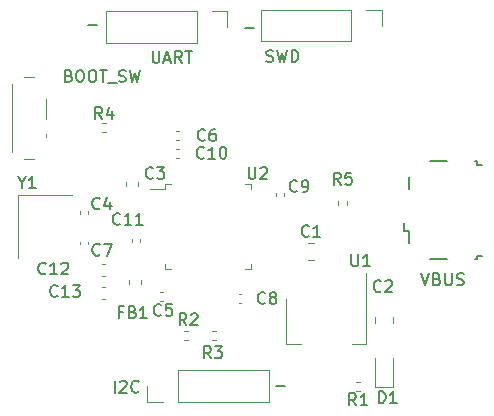
<source format=gbr>
%TF.GenerationSoftware,KiCad,Pcbnew,(6.0.5)*%
%TF.CreationDate,2023-02-15T13:04:29-08:00*%
%TF.ProjectId,STM32tut,53544d33-3274-4757-942e-6b696361645f,rev?*%
%TF.SameCoordinates,Original*%
%TF.FileFunction,Legend,Top*%
%TF.FilePolarity,Positive*%
%FSLAX46Y46*%
G04 Gerber Fmt 4.6, Leading zero omitted, Abs format (unit mm)*
G04 Created by KiCad (PCBNEW (6.0.5)) date 2023-02-15 13:04:29*
%MOMM*%
%LPD*%
G01*
G04 APERTURE LIST*
%ADD10C,0.150000*%
%ADD11C,0.120000*%
G04 APERTURE END LIST*
D10*
X140219047Y-95471428D02*
X140980952Y-95471428D01*
X137619047Y-65171428D02*
X138380952Y-65171428D01*
X124319047Y-64971428D02*
X125080952Y-64971428D01*
X126623809Y-96052380D02*
X126623809Y-95052380D01*
X127052380Y-95147619D02*
X127100000Y-95100000D01*
X127195238Y-95052380D01*
X127433333Y-95052380D01*
X127528571Y-95100000D01*
X127576190Y-95147619D01*
X127623809Y-95242857D01*
X127623809Y-95338095D01*
X127576190Y-95480952D01*
X127004761Y-96052380D01*
X127623809Y-96052380D01*
X128623809Y-95957142D02*
X128576190Y-96004761D01*
X128433333Y-96052380D01*
X128338095Y-96052380D01*
X128195238Y-96004761D01*
X128100000Y-95909523D01*
X128052380Y-95814285D01*
X128004761Y-95623809D01*
X128004761Y-95480952D01*
X128052380Y-95290476D01*
X128100000Y-95195238D01*
X128195238Y-95100000D01*
X128338095Y-95052380D01*
X128433333Y-95052380D01*
X128576190Y-95100000D01*
X128623809Y-95147619D01*
X152566666Y-85952380D02*
X152900000Y-86952380D01*
X153233333Y-85952380D01*
X153900000Y-86428571D02*
X154042857Y-86476190D01*
X154090476Y-86523809D01*
X154138095Y-86619047D01*
X154138095Y-86761904D01*
X154090476Y-86857142D01*
X154042857Y-86904761D01*
X153947619Y-86952380D01*
X153566666Y-86952380D01*
X153566666Y-85952380D01*
X153900000Y-85952380D01*
X153995238Y-86000000D01*
X154042857Y-86047619D01*
X154090476Y-86142857D01*
X154090476Y-86238095D01*
X154042857Y-86333333D01*
X153995238Y-86380952D01*
X153900000Y-86428571D01*
X153566666Y-86428571D01*
X154566666Y-85952380D02*
X154566666Y-86761904D01*
X154614285Y-86857142D01*
X154661904Y-86904761D01*
X154757142Y-86952380D01*
X154947619Y-86952380D01*
X155042857Y-86904761D01*
X155090476Y-86857142D01*
X155138095Y-86761904D01*
X155138095Y-85952380D01*
X155566666Y-86904761D02*
X155709523Y-86952380D01*
X155947619Y-86952380D01*
X156042857Y-86904761D01*
X156090476Y-86857142D01*
X156138095Y-86761904D01*
X156138095Y-86666666D01*
X156090476Y-86571428D01*
X156042857Y-86523809D01*
X155947619Y-86476190D01*
X155757142Y-86428571D01*
X155661904Y-86380952D01*
X155614285Y-86333333D01*
X155566666Y-86238095D01*
X155566666Y-86142857D01*
X155614285Y-86047619D01*
X155661904Y-86000000D01*
X155757142Y-85952380D01*
X155995238Y-85952380D01*
X156138095Y-86000000D01*
X122714285Y-69228571D02*
X122857142Y-69276190D01*
X122904761Y-69323809D01*
X122952380Y-69419047D01*
X122952380Y-69561904D01*
X122904761Y-69657142D01*
X122857142Y-69704761D01*
X122761904Y-69752380D01*
X122380952Y-69752380D01*
X122380952Y-68752380D01*
X122714285Y-68752380D01*
X122809523Y-68800000D01*
X122857142Y-68847619D01*
X122904761Y-68942857D01*
X122904761Y-69038095D01*
X122857142Y-69133333D01*
X122809523Y-69180952D01*
X122714285Y-69228571D01*
X122380952Y-69228571D01*
X123571428Y-68752380D02*
X123761904Y-68752380D01*
X123857142Y-68800000D01*
X123952380Y-68895238D01*
X124000000Y-69085714D01*
X124000000Y-69419047D01*
X123952380Y-69609523D01*
X123857142Y-69704761D01*
X123761904Y-69752380D01*
X123571428Y-69752380D01*
X123476190Y-69704761D01*
X123380952Y-69609523D01*
X123333333Y-69419047D01*
X123333333Y-69085714D01*
X123380952Y-68895238D01*
X123476190Y-68800000D01*
X123571428Y-68752380D01*
X124619047Y-68752380D02*
X124809523Y-68752380D01*
X124904761Y-68800000D01*
X125000000Y-68895238D01*
X125047619Y-69085714D01*
X125047619Y-69419047D01*
X125000000Y-69609523D01*
X124904761Y-69704761D01*
X124809523Y-69752380D01*
X124619047Y-69752380D01*
X124523809Y-69704761D01*
X124428571Y-69609523D01*
X124380952Y-69419047D01*
X124380952Y-69085714D01*
X124428571Y-68895238D01*
X124523809Y-68800000D01*
X124619047Y-68752380D01*
X125333333Y-68752380D02*
X125904761Y-68752380D01*
X125619047Y-69752380D02*
X125619047Y-68752380D01*
X126000000Y-69847619D02*
X126761904Y-69847619D01*
X126952380Y-69704761D02*
X127095238Y-69752380D01*
X127333333Y-69752380D01*
X127428571Y-69704761D01*
X127476190Y-69657142D01*
X127523809Y-69561904D01*
X127523809Y-69466666D01*
X127476190Y-69371428D01*
X127428571Y-69323809D01*
X127333333Y-69276190D01*
X127142857Y-69228571D01*
X127047619Y-69180952D01*
X127000000Y-69133333D01*
X126952380Y-69038095D01*
X126952380Y-68942857D01*
X127000000Y-68847619D01*
X127047619Y-68800000D01*
X127142857Y-68752380D01*
X127380952Y-68752380D01*
X127523809Y-68800000D01*
X127857142Y-68752380D02*
X128095238Y-69752380D01*
X128285714Y-69038095D01*
X128476190Y-69752380D01*
X128714285Y-68752380D01*
X129804761Y-67152380D02*
X129804761Y-67961904D01*
X129852380Y-68057142D01*
X129900000Y-68104761D01*
X129995238Y-68152380D01*
X130185714Y-68152380D01*
X130280952Y-68104761D01*
X130328571Y-68057142D01*
X130376190Y-67961904D01*
X130376190Y-67152380D01*
X130804761Y-67866666D02*
X131280952Y-67866666D01*
X130709523Y-68152380D02*
X131042857Y-67152380D01*
X131376190Y-68152380D01*
X132280952Y-68152380D02*
X131947619Y-67676190D01*
X131709523Y-68152380D02*
X131709523Y-67152380D01*
X132090476Y-67152380D01*
X132185714Y-67200000D01*
X132233333Y-67247619D01*
X132280952Y-67342857D01*
X132280952Y-67485714D01*
X132233333Y-67580952D01*
X132185714Y-67628571D01*
X132090476Y-67676190D01*
X131709523Y-67676190D01*
X132566666Y-67152380D02*
X133138095Y-67152380D01*
X132852380Y-68152380D02*
X132852380Y-67152380D01*
X139442857Y-68004761D02*
X139585714Y-68052380D01*
X139823809Y-68052380D01*
X139919047Y-68004761D01*
X139966666Y-67957142D01*
X140014285Y-67861904D01*
X140014285Y-67766666D01*
X139966666Y-67671428D01*
X139919047Y-67623809D01*
X139823809Y-67576190D01*
X139633333Y-67528571D01*
X139538095Y-67480952D01*
X139490476Y-67433333D01*
X139442857Y-67338095D01*
X139442857Y-67242857D01*
X139490476Y-67147619D01*
X139538095Y-67100000D01*
X139633333Y-67052380D01*
X139871428Y-67052380D01*
X140014285Y-67100000D01*
X140347619Y-67052380D02*
X140585714Y-68052380D01*
X140776190Y-67338095D01*
X140966666Y-68052380D01*
X141204761Y-67052380D01*
X141585714Y-68052380D02*
X141585714Y-67052380D01*
X141823809Y-67052380D01*
X141966666Y-67100000D01*
X142061904Y-67195238D01*
X142109523Y-67290476D01*
X142157142Y-67480952D01*
X142157142Y-67623809D01*
X142109523Y-67814285D01*
X142061904Y-67909523D01*
X141966666Y-68004761D01*
X141823809Y-68052380D01*
X141585714Y-68052380D01*
%TO.C,C9*%
X142033333Y-78957142D02*
X141985714Y-79004761D01*
X141842857Y-79052380D01*
X141747619Y-79052380D01*
X141604761Y-79004761D01*
X141509523Y-78909523D01*
X141461904Y-78814285D01*
X141414285Y-78623809D01*
X141414285Y-78480952D01*
X141461904Y-78290476D01*
X141509523Y-78195238D01*
X141604761Y-78100000D01*
X141747619Y-78052380D01*
X141842857Y-78052380D01*
X141985714Y-78100000D01*
X142033333Y-78147619D01*
X142509523Y-79052380D02*
X142700000Y-79052380D01*
X142795238Y-79004761D01*
X142842857Y-78957142D01*
X142938095Y-78814285D01*
X142985714Y-78623809D01*
X142985714Y-78242857D01*
X142938095Y-78147619D01*
X142890476Y-78100000D01*
X142795238Y-78052380D01*
X142604761Y-78052380D01*
X142509523Y-78100000D01*
X142461904Y-78147619D01*
X142414285Y-78242857D01*
X142414285Y-78480952D01*
X142461904Y-78576190D01*
X142509523Y-78623809D01*
X142604761Y-78671428D01*
X142795238Y-78671428D01*
X142890476Y-78623809D01*
X142938095Y-78576190D01*
X142985714Y-78480952D01*
%TO.C,U2*%
X137938095Y-76952380D02*
X137938095Y-77761904D01*
X137985714Y-77857142D01*
X138033333Y-77904761D01*
X138128571Y-77952380D01*
X138319047Y-77952380D01*
X138414285Y-77904761D01*
X138461904Y-77857142D01*
X138509523Y-77761904D01*
X138509523Y-76952380D01*
X138938095Y-77047619D02*
X138985714Y-77000000D01*
X139080952Y-76952380D01*
X139319047Y-76952380D01*
X139414285Y-77000000D01*
X139461904Y-77047619D01*
X139509523Y-77142857D01*
X139509523Y-77238095D01*
X139461904Y-77380952D01*
X138890476Y-77952380D01*
X139509523Y-77952380D01*
%TO.C,C13*%
X121757142Y-87857142D02*
X121709523Y-87904761D01*
X121566666Y-87952380D01*
X121471428Y-87952380D01*
X121328571Y-87904761D01*
X121233333Y-87809523D01*
X121185714Y-87714285D01*
X121138095Y-87523809D01*
X121138095Y-87380952D01*
X121185714Y-87190476D01*
X121233333Y-87095238D01*
X121328571Y-87000000D01*
X121471428Y-86952380D01*
X121566666Y-86952380D01*
X121709523Y-87000000D01*
X121757142Y-87047619D01*
X122709523Y-87952380D02*
X122138095Y-87952380D01*
X122423809Y-87952380D02*
X122423809Y-86952380D01*
X122328571Y-87095238D01*
X122233333Y-87190476D01*
X122138095Y-87238095D01*
X123042857Y-86952380D02*
X123661904Y-86952380D01*
X123328571Y-87333333D01*
X123471428Y-87333333D01*
X123566666Y-87380952D01*
X123614285Y-87428571D01*
X123661904Y-87523809D01*
X123661904Y-87761904D01*
X123614285Y-87857142D01*
X123566666Y-87904761D01*
X123471428Y-87952380D01*
X123185714Y-87952380D01*
X123090476Y-87904761D01*
X123042857Y-87857142D01*
%TO.C,C10*%
X134157142Y-76157142D02*
X134109523Y-76204761D01*
X133966666Y-76252380D01*
X133871428Y-76252380D01*
X133728571Y-76204761D01*
X133633333Y-76109523D01*
X133585714Y-76014285D01*
X133538095Y-75823809D01*
X133538095Y-75680952D01*
X133585714Y-75490476D01*
X133633333Y-75395238D01*
X133728571Y-75300000D01*
X133871428Y-75252380D01*
X133966666Y-75252380D01*
X134109523Y-75300000D01*
X134157142Y-75347619D01*
X135109523Y-76252380D02*
X134538095Y-76252380D01*
X134823809Y-76252380D02*
X134823809Y-75252380D01*
X134728571Y-75395238D01*
X134633333Y-75490476D01*
X134538095Y-75538095D01*
X135728571Y-75252380D02*
X135823809Y-75252380D01*
X135919047Y-75300000D01*
X135966666Y-75347619D01*
X136014285Y-75442857D01*
X136061904Y-75633333D01*
X136061904Y-75871428D01*
X136014285Y-76061904D01*
X135966666Y-76157142D01*
X135919047Y-76204761D01*
X135823809Y-76252380D01*
X135728571Y-76252380D01*
X135633333Y-76204761D01*
X135585714Y-76157142D01*
X135538095Y-76061904D01*
X135490476Y-75871428D01*
X135490476Y-75633333D01*
X135538095Y-75442857D01*
X135585714Y-75347619D01*
X135633333Y-75300000D01*
X135728571Y-75252380D01*
%TO.C,C5*%
X130533333Y-89457142D02*
X130485714Y-89504761D01*
X130342857Y-89552380D01*
X130247619Y-89552380D01*
X130104761Y-89504761D01*
X130009523Y-89409523D01*
X129961904Y-89314285D01*
X129914285Y-89123809D01*
X129914285Y-88980952D01*
X129961904Y-88790476D01*
X130009523Y-88695238D01*
X130104761Y-88600000D01*
X130247619Y-88552380D01*
X130342857Y-88552380D01*
X130485714Y-88600000D01*
X130533333Y-88647619D01*
X131438095Y-88552380D02*
X130961904Y-88552380D01*
X130914285Y-89028571D01*
X130961904Y-88980952D01*
X131057142Y-88933333D01*
X131295238Y-88933333D01*
X131390476Y-88980952D01*
X131438095Y-89028571D01*
X131485714Y-89123809D01*
X131485714Y-89361904D01*
X131438095Y-89457142D01*
X131390476Y-89504761D01*
X131295238Y-89552380D01*
X131057142Y-89552380D01*
X130961904Y-89504761D01*
X130914285Y-89457142D01*
%TO.C,C12*%
X120757142Y-85957142D02*
X120709523Y-86004761D01*
X120566666Y-86052380D01*
X120471428Y-86052380D01*
X120328571Y-86004761D01*
X120233333Y-85909523D01*
X120185714Y-85814285D01*
X120138095Y-85623809D01*
X120138095Y-85480952D01*
X120185714Y-85290476D01*
X120233333Y-85195238D01*
X120328571Y-85100000D01*
X120471428Y-85052380D01*
X120566666Y-85052380D01*
X120709523Y-85100000D01*
X120757142Y-85147619D01*
X121709523Y-86052380D02*
X121138095Y-86052380D01*
X121423809Y-86052380D02*
X121423809Y-85052380D01*
X121328571Y-85195238D01*
X121233333Y-85290476D01*
X121138095Y-85338095D01*
X122090476Y-85147619D02*
X122138095Y-85100000D01*
X122233333Y-85052380D01*
X122471428Y-85052380D01*
X122566666Y-85100000D01*
X122614285Y-85147619D01*
X122661904Y-85242857D01*
X122661904Y-85338095D01*
X122614285Y-85480952D01*
X122042857Y-86052380D01*
X122661904Y-86052380D01*
%TO.C,C8*%
X139333333Y-88457142D02*
X139285714Y-88504761D01*
X139142857Y-88552380D01*
X139047619Y-88552380D01*
X138904761Y-88504761D01*
X138809523Y-88409523D01*
X138761904Y-88314285D01*
X138714285Y-88123809D01*
X138714285Y-87980952D01*
X138761904Y-87790476D01*
X138809523Y-87695238D01*
X138904761Y-87600000D01*
X139047619Y-87552380D01*
X139142857Y-87552380D01*
X139285714Y-87600000D01*
X139333333Y-87647619D01*
X139904761Y-87980952D02*
X139809523Y-87933333D01*
X139761904Y-87885714D01*
X139714285Y-87790476D01*
X139714285Y-87742857D01*
X139761904Y-87647619D01*
X139809523Y-87600000D01*
X139904761Y-87552380D01*
X140095238Y-87552380D01*
X140190476Y-87600000D01*
X140238095Y-87647619D01*
X140285714Y-87742857D01*
X140285714Y-87790476D01*
X140238095Y-87885714D01*
X140190476Y-87933333D01*
X140095238Y-87980952D01*
X139904761Y-87980952D01*
X139809523Y-88028571D01*
X139761904Y-88076190D01*
X139714285Y-88171428D01*
X139714285Y-88361904D01*
X139761904Y-88457142D01*
X139809523Y-88504761D01*
X139904761Y-88552380D01*
X140095238Y-88552380D01*
X140190476Y-88504761D01*
X140238095Y-88457142D01*
X140285714Y-88361904D01*
X140285714Y-88171428D01*
X140238095Y-88076190D01*
X140190476Y-88028571D01*
X140095238Y-87980952D01*
%TO.C,R3*%
X134733333Y-93152380D02*
X134400000Y-92676190D01*
X134161904Y-93152380D02*
X134161904Y-92152380D01*
X134542857Y-92152380D01*
X134638095Y-92200000D01*
X134685714Y-92247619D01*
X134733333Y-92342857D01*
X134733333Y-92485714D01*
X134685714Y-92580952D01*
X134638095Y-92628571D01*
X134542857Y-92676190D01*
X134161904Y-92676190D01*
X135066666Y-92152380D02*
X135685714Y-92152380D01*
X135352380Y-92533333D01*
X135495238Y-92533333D01*
X135590476Y-92580952D01*
X135638095Y-92628571D01*
X135685714Y-92723809D01*
X135685714Y-92961904D01*
X135638095Y-93057142D01*
X135590476Y-93104761D01*
X135495238Y-93152380D01*
X135209523Y-93152380D01*
X135114285Y-93104761D01*
X135066666Y-93057142D01*
%TO.C,FB1*%
X127266666Y-89228571D02*
X126933333Y-89228571D01*
X126933333Y-89752380D02*
X126933333Y-88752380D01*
X127409523Y-88752380D01*
X128123809Y-89228571D02*
X128266666Y-89276190D01*
X128314285Y-89323809D01*
X128361904Y-89419047D01*
X128361904Y-89561904D01*
X128314285Y-89657142D01*
X128266666Y-89704761D01*
X128171428Y-89752380D01*
X127790476Y-89752380D01*
X127790476Y-88752380D01*
X128123809Y-88752380D01*
X128219047Y-88800000D01*
X128266666Y-88847619D01*
X128314285Y-88942857D01*
X128314285Y-89038095D01*
X128266666Y-89133333D01*
X128219047Y-89180952D01*
X128123809Y-89228571D01*
X127790476Y-89228571D01*
X129314285Y-89752380D02*
X128742857Y-89752380D01*
X129028571Y-89752380D02*
X129028571Y-88752380D01*
X128933333Y-88895238D01*
X128838095Y-88990476D01*
X128742857Y-89038095D01*
%TO.C,Y1*%
X118723809Y-78276190D02*
X118723809Y-78752380D01*
X118390476Y-77752380D02*
X118723809Y-78276190D01*
X119057142Y-77752380D01*
X119914285Y-78752380D02*
X119342857Y-78752380D01*
X119628571Y-78752380D02*
X119628571Y-77752380D01*
X119533333Y-77895238D01*
X119438095Y-77990476D01*
X119342857Y-78038095D01*
%TO.C,R2*%
X132673333Y-90352380D02*
X132340000Y-89876190D01*
X132101904Y-90352380D02*
X132101904Y-89352380D01*
X132482857Y-89352380D01*
X132578095Y-89400000D01*
X132625714Y-89447619D01*
X132673333Y-89542857D01*
X132673333Y-89685714D01*
X132625714Y-89780952D01*
X132578095Y-89828571D01*
X132482857Y-89876190D01*
X132101904Y-89876190D01*
X133054285Y-89447619D02*
X133101904Y-89400000D01*
X133197142Y-89352380D01*
X133435238Y-89352380D01*
X133530476Y-89400000D01*
X133578095Y-89447619D01*
X133625714Y-89542857D01*
X133625714Y-89638095D01*
X133578095Y-89780952D01*
X133006666Y-90352380D01*
X133625714Y-90352380D01*
%TO.C,C3*%
X129833333Y-77857142D02*
X129785714Y-77904761D01*
X129642857Y-77952380D01*
X129547619Y-77952380D01*
X129404761Y-77904761D01*
X129309523Y-77809523D01*
X129261904Y-77714285D01*
X129214285Y-77523809D01*
X129214285Y-77380952D01*
X129261904Y-77190476D01*
X129309523Y-77095238D01*
X129404761Y-77000000D01*
X129547619Y-76952380D01*
X129642857Y-76952380D01*
X129785714Y-77000000D01*
X129833333Y-77047619D01*
X130166666Y-76952380D02*
X130785714Y-76952380D01*
X130452380Y-77333333D01*
X130595238Y-77333333D01*
X130690476Y-77380952D01*
X130738095Y-77428571D01*
X130785714Y-77523809D01*
X130785714Y-77761904D01*
X130738095Y-77857142D01*
X130690476Y-77904761D01*
X130595238Y-77952380D01*
X130309523Y-77952380D01*
X130214285Y-77904761D01*
X130166666Y-77857142D01*
%TO.C,C4*%
X125333333Y-80457142D02*
X125285714Y-80504761D01*
X125142857Y-80552380D01*
X125047619Y-80552380D01*
X124904761Y-80504761D01*
X124809523Y-80409523D01*
X124761904Y-80314285D01*
X124714285Y-80123809D01*
X124714285Y-79980952D01*
X124761904Y-79790476D01*
X124809523Y-79695238D01*
X124904761Y-79600000D01*
X125047619Y-79552380D01*
X125142857Y-79552380D01*
X125285714Y-79600000D01*
X125333333Y-79647619D01*
X126190476Y-79885714D02*
X126190476Y-80552380D01*
X125952380Y-79504761D02*
X125714285Y-80219047D01*
X126333333Y-80219047D01*
%TO.C,U1*%
X146638095Y-84352380D02*
X146638095Y-85161904D01*
X146685714Y-85257142D01*
X146733333Y-85304761D01*
X146828571Y-85352380D01*
X147019047Y-85352380D01*
X147114285Y-85304761D01*
X147161904Y-85257142D01*
X147209523Y-85161904D01*
X147209523Y-84352380D01*
X148209523Y-85352380D02*
X147638095Y-85352380D01*
X147923809Y-85352380D02*
X147923809Y-84352380D01*
X147828571Y-84495238D01*
X147733333Y-84590476D01*
X147638095Y-84638095D01*
%TO.C,R1*%
X147030833Y-97122380D02*
X146697500Y-96646190D01*
X146459404Y-97122380D02*
X146459404Y-96122380D01*
X146840357Y-96122380D01*
X146935595Y-96170000D01*
X146983214Y-96217619D01*
X147030833Y-96312857D01*
X147030833Y-96455714D01*
X146983214Y-96550952D01*
X146935595Y-96598571D01*
X146840357Y-96646190D01*
X146459404Y-96646190D01*
X147983214Y-97122380D02*
X147411785Y-97122380D01*
X147697500Y-97122380D02*
X147697500Y-96122380D01*
X147602261Y-96265238D01*
X147507023Y-96360476D01*
X147411785Y-96408095D01*
%TO.C,C6*%
X134233333Y-74657142D02*
X134185714Y-74704761D01*
X134042857Y-74752380D01*
X133947619Y-74752380D01*
X133804761Y-74704761D01*
X133709523Y-74609523D01*
X133661904Y-74514285D01*
X133614285Y-74323809D01*
X133614285Y-74180952D01*
X133661904Y-73990476D01*
X133709523Y-73895238D01*
X133804761Y-73800000D01*
X133947619Y-73752380D01*
X134042857Y-73752380D01*
X134185714Y-73800000D01*
X134233333Y-73847619D01*
X135090476Y-73752380D02*
X134900000Y-73752380D01*
X134804761Y-73800000D01*
X134757142Y-73847619D01*
X134661904Y-73990476D01*
X134614285Y-74180952D01*
X134614285Y-74561904D01*
X134661904Y-74657142D01*
X134709523Y-74704761D01*
X134804761Y-74752380D01*
X134995238Y-74752380D01*
X135090476Y-74704761D01*
X135138095Y-74657142D01*
X135185714Y-74561904D01*
X135185714Y-74323809D01*
X135138095Y-74228571D01*
X135090476Y-74180952D01*
X134995238Y-74133333D01*
X134804761Y-74133333D01*
X134709523Y-74180952D01*
X134661904Y-74228571D01*
X134614285Y-74323809D01*
%TO.C,C2*%
X149133333Y-87457142D02*
X149085714Y-87504761D01*
X148942857Y-87552380D01*
X148847619Y-87552380D01*
X148704761Y-87504761D01*
X148609523Y-87409523D01*
X148561904Y-87314285D01*
X148514285Y-87123809D01*
X148514285Y-86980952D01*
X148561904Y-86790476D01*
X148609523Y-86695238D01*
X148704761Y-86600000D01*
X148847619Y-86552380D01*
X148942857Y-86552380D01*
X149085714Y-86600000D01*
X149133333Y-86647619D01*
X149514285Y-86647619D02*
X149561904Y-86600000D01*
X149657142Y-86552380D01*
X149895238Y-86552380D01*
X149990476Y-86600000D01*
X150038095Y-86647619D01*
X150085714Y-86742857D01*
X150085714Y-86838095D01*
X150038095Y-86980952D01*
X149466666Y-87552380D01*
X150085714Y-87552380D01*
%TO.C,R4*%
X125533333Y-72882380D02*
X125200000Y-72406190D01*
X124961904Y-72882380D02*
X124961904Y-71882380D01*
X125342857Y-71882380D01*
X125438095Y-71930000D01*
X125485714Y-71977619D01*
X125533333Y-72072857D01*
X125533333Y-72215714D01*
X125485714Y-72310952D01*
X125438095Y-72358571D01*
X125342857Y-72406190D01*
X124961904Y-72406190D01*
X126390476Y-72215714D02*
X126390476Y-72882380D01*
X126152380Y-71834761D02*
X125914285Y-72549047D01*
X126533333Y-72549047D01*
%TO.C,C7*%
X125333333Y-84357142D02*
X125285714Y-84404761D01*
X125142857Y-84452380D01*
X125047619Y-84452380D01*
X124904761Y-84404761D01*
X124809523Y-84309523D01*
X124761904Y-84214285D01*
X124714285Y-84023809D01*
X124714285Y-83880952D01*
X124761904Y-83690476D01*
X124809523Y-83595238D01*
X124904761Y-83500000D01*
X125047619Y-83452380D01*
X125142857Y-83452380D01*
X125285714Y-83500000D01*
X125333333Y-83547619D01*
X125666666Y-83452380D02*
X126333333Y-83452380D01*
X125904761Y-84452380D01*
%TO.C,C11*%
X127057142Y-81757142D02*
X127009523Y-81804761D01*
X126866666Y-81852380D01*
X126771428Y-81852380D01*
X126628571Y-81804761D01*
X126533333Y-81709523D01*
X126485714Y-81614285D01*
X126438095Y-81423809D01*
X126438095Y-81280952D01*
X126485714Y-81090476D01*
X126533333Y-80995238D01*
X126628571Y-80900000D01*
X126771428Y-80852380D01*
X126866666Y-80852380D01*
X127009523Y-80900000D01*
X127057142Y-80947619D01*
X128009523Y-81852380D02*
X127438095Y-81852380D01*
X127723809Y-81852380D02*
X127723809Y-80852380D01*
X127628571Y-80995238D01*
X127533333Y-81090476D01*
X127438095Y-81138095D01*
X128961904Y-81852380D02*
X128390476Y-81852380D01*
X128676190Y-81852380D02*
X128676190Y-80852380D01*
X128580952Y-80995238D01*
X128485714Y-81090476D01*
X128390476Y-81138095D01*
%TO.C,D1*%
X148961904Y-96952380D02*
X148961904Y-95952380D01*
X149200000Y-95952380D01*
X149342857Y-96000000D01*
X149438095Y-96095238D01*
X149485714Y-96190476D01*
X149533333Y-96380952D01*
X149533333Y-96523809D01*
X149485714Y-96714285D01*
X149438095Y-96809523D01*
X149342857Y-96904761D01*
X149200000Y-96952380D01*
X148961904Y-96952380D01*
X150485714Y-96952380D02*
X149914285Y-96952380D01*
X150200000Y-96952380D02*
X150200000Y-95952380D01*
X150104761Y-96095238D01*
X150009523Y-96190476D01*
X149914285Y-96238095D01*
%TO.C,C1*%
X143033333Y-82777142D02*
X142985714Y-82824761D01*
X142842857Y-82872380D01*
X142747619Y-82872380D01*
X142604761Y-82824761D01*
X142509523Y-82729523D01*
X142461904Y-82634285D01*
X142414285Y-82443809D01*
X142414285Y-82300952D01*
X142461904Y-82110476D01*
X142509523Y-82015238D01*
X142604761Y-81920000D01*
X142747619Y-81872380D01*
X142842857Y-81872380D01*
X142985714Y-81920000D01*
X143033333Y-81967619D01*
X143985714Y-82872380D02*
X143414285Y-82872380D01*
X143700000Y-82872380D02*
X143700000Y-81872380D01*
X143604761Y-82015238D01*
X143509523Y-82110476D01*
X143414285Y-82158095D01*
%TO.C,R5*%
X145733333Y-78452380D02*
X145400000Y-77976190D01*
X145161904Y-78452380D02*
X145161904Y-77452380D01*
X145542857Y-77452380D01*
X145638095Y-77500000D01*
X145685714Y-77547619D01*
X145733333Y-77642857D01*
X145733333Y-77785714D01*
X145685714Y-77880952D01*
X145638095Y-77928571D01*
X145542857Y-77976190D01*
X145161904Y-77976190D01*
X146638095Y-77452380D02*
X146161904Y-77452380D01*
X146114285Y-77928571D01*
X146161904Y-77880952D01*
X146257142Y-77833333D01*
X146495238Y-77833333D01*
X146590476Y-77880952D01*
X146638095Y-77928571D01*
X146685714Y-78023809D01*
X146685714Y-78261904D01*
X146638095Y-78357142D01*
X146590476Y-78404761D01*
X146495238Y-78452380D01*
X146257142Y-78452380D01*
X146161904Y-78404761D01*
X146114285Y-78357142D01*
D11*
%TO.C,SW1*%
X119745000Y-69350000D02*
X118955000Y-69350000D01*
X120795000Y-74200000D02*
X120795000Y-74400000D01*
X117945000Y-69950000D02*
X117945000Y-75650000D01*
X118955000Y-76250000D02*
X119745000Y-76250000D01*
X120795000Y-71200000D02*
X120795000Y-72900000D01*
%TO.C,C9*%
X140960000Y-79184165D02*
X140960000Y-79415835D01*
X140240000Y-79184165D02*
X140240000Y-79415835D01*
%TO.C,U2*%
X137660000Y-85610000D02*
X138110000Y-85610000D01*
X138110000Y-85610000D02*
X138110000Y-85160000D01*
X138110000Y-78390000D02*
X138110000Y-78840000D01*
X130890000Y-85610000D02*
X130890000Y-85160000D01*
X131340000Y-78390000D02*
X130890000Y-78390000D01*
X130890000Y-78840000D02*
X129600000Y-78840000D01*
X137660000Y-78390000D02*
X138110000Y-78390000D01*
X130890000Y-78390000D02*
X130890000Y-78840000D01*
X131340000Y-85610000D02*
X130890000Y-85610000D01*
%TO.C,J1*%
X136130000Y-63770000D02*
X136130000Y-65100000D01*
X134800000Y-63770000D02*
X136130000Y-63770000D01*
X125850000Y-63770000D02*
X125850000Y-66430000D01*
X133530000Y-63770000D02*
X125850000Y-63770000D01*
X133530000Y-63770000D02*
X133530000Y-66430000D01*
X133530000Y-66430000D02*
X125850000Y-66430000D01*
%TO.C,C13*%
X125783767Y-88110000D02*
X125491233Y-88110000D01*
X125783767Y-87090000D02*
X125491233Y-87090000D01*
%TO.C,C10*%
X131784165Y-76160000D02*
X132015835Y-76160000D01*
X131784165Y-75440000D02*
X132015835Y-75440000D01*
%TO.C,C5*%
X130451665Y-88260000D02*
X130683335Y-88260000D01*
X130451665Y-87540000D02*
X130683335Y-87540000D01*
%TO.C,J2*%
X139650000Y-96830000D02*
X139650000Y-94170000D01*
X131970000Y-96830000D02*
X139650000Y-96830000D01*
X131970000Y-96830000D02*
X131970000Y-94170000D01*
X131970000Y-94170000D02*
X139650000Y-94170000D01*
X130700000Y-96830000D02*
X129370000Y-96830000D01*
X129370000Y-96830000D02*
X129370000Y-95500000D01*
%TO.C,C12*%
X125783767Y-86210000D02*
X125491233Y-86210000D01*
X125783767Y-85190000D02*
X125491233Y-85190000D01*
%TO.C,C8*%
X137315835Y-88460000D02*
X137084165Y-88460000D01*
X137315835Y-87740000D02*
X137084165Y-87740000D01*
%TO.C,R3*%
X134872379Y-90820000D02*
X135207621Y-90820000D01*
X134872379Y-91580000D02*
X135207621Y-91580000D01*
%TO.C,FB1*%
X127790000Y-86528733D02*
X127790000Y-86871267D01*
X128810000Y-86528733D02*
X128810000Y-86871267D01*
%TO.C,Y1*%
X118450000Y-79300000D02*
X118450000Y-84700000D01*
X122950000Y-79300000D02*
X118450000Y-79300000D01*
%TO.C,R2*%
X132807621Y-91580000D02*
X132472379Y-91580000D01*
X132807621Y-90820000D02*
X132472379Y-90820000D01*
%TO.C,C3*%
X127590000Y-78546267D02*
X127590000Y-78253733D01*
X128610000Y-78546267D02*
X128610000Y-78253733D01*
%TO.C,C4*%
X123640000Y-80915835D02*
X123640000Y-80684165D01*
X124360000Y-80915835D02*
X124360000Y-80684165D01*
%TO.C,J3*%
X146630000Y-66330000D02*
X138950000Y-66330000D01*
X146630000Y-63670000D02*
X146630000Y-66330000D01*
X149230000Y-63670000D02*
X149230000Y-65000000D01*
X146630000Y-63670000D02*
X138950000Y-63670000D01*
X147900000Y-63670000D02*
X149230000Y-63670000D01*
X138950000Y-63670000D02*
X138950000Y-66330000D01*
%TO.C,U1*%
X147910000Y-91910000D02*
X146650000Y-91910000D01*
X141090000Y-88150000D02*
X141090000Y-91910000D01*
X141090000Y-91910000D02*
X142350000Y-91910000D01*
X147910000Y-85900000D02*
X147910000Y-91910000D01*
%TO.C,R1*%
X147365121Y-95880000D02*
X147029879Y-95880000D01*
X147365121Y-95120000D02*
X147029879Y-95120000D01*
%TO.C,C6*%
X131784165Y-74660000D02*
X132015835Y-74660000D01*
X131784165Y-73940000D02*
X132015835Y-73940000D01*
%TO.C,C2*%
X148665000Y-90161252D02*
X148665000Y-89638748D01*
X150135000Y-90161252D02*
X150135000Y-89638748D01*
D10*
%TO.C,J4*%
X157245000Y-84750000D02*
X157245000Y-84450000D01*
X151545000Y-82400000D02*
X151545000Y-83400000D01*
X151545000Y-78800000D02*
X151545000Y-77800000D01*
X151120000Y-82400000D02*
X151545000Y-82400000D01*
X153295000Y-84750000D02*
X154695000Y-84750000D01*
X157245000Y-76750000D02*
X157245000Y-76450000D01*
X157245000Y-84450000D02*
X157695000Y-84450000D01*
X154695000Y-76450000D02*
X153295000Y-76450000D01*
X151120000Y-81675000D02*
X151120000Y-82400000D01*
X157695000Y-76750000D02*
X157245000Y-76750000D01*
X157095000Y-84750000D02*
X157245000Y-84750000D01*
X157245000Y-76450000D02*
X157095000Y-76450000D01*
D11*
%TO.C,R4*%
X125532379Y-73980000D02*
X125867621Y-73980000D01*
X125532379Y-73220000D02*
X125867621Y-73220000D01*
%TO.C,C7*%
X123640000Y-83515835D02*
X123640000Y-83284165D01*
X124360000Y-83515835D02*
X124360000Y-83284165D01*
%TO.C,C11*%
X128040000Y-83315835D02*
X128040000Y-83084165D01*
X128760000Y-83315835D02*
X128760000Y-83084165D01*
%TO.C,D1*%
X150135000Y-95560000D02*
X150135000Y-93100000D01*
X148665000Y-93100000D02*
X148665000Y-95560000D01*
X148665000Y-95560000D02*
X150135000Y-95560000D01*
%TO.C,C1*%
X142938748Y-84835000D02*
X143461252Y-84835000D01*
X142938748Y-83365000D02*
X143461252Y-83365000D01*
%TO.C,R5*%
X146280000Y-79832379D02*
X146280000Y-80167621D01*
X145520000Y-79832379D02*
X145520000Y-80167621D01*
%TD*%
M02*

</source>
